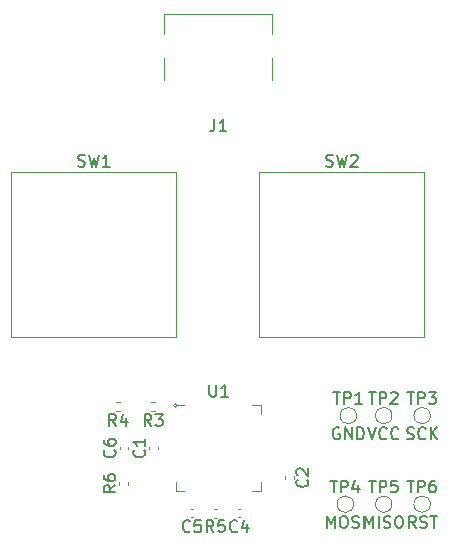
<source format=gbr>
%TF.GenerationSoftware,KiCad,Pcbnew,(5.1.12)-1*%
%TF.CreationDate,2024-08-07T21:15:05+08:00*%
%TF.ProjectId,BKL2xP,424b4c32-7850-42e6-9b69-6361645f7063,1.0*%
%TF.SameCoordinates,Original*%
%TF.FileFunction,Legend,Top*%
%TF.FilePolarity,Positive*%
%FSLAX46Y46*%
G04 Gerber Fmt 4.6, Leading zero omitted, Abs format (unit mm)*
G04 Created by KiCad (PCBNEW (5.1.12)-1) date 2024-08-07 21:15:05*
%MOMM*%
%LPD*%
G01*
G04 APERTURE LIST*
%ADD10C,0.120000*%
%ADD11C,0.150000*%
G04 APERTURE END LIST*
D10*
X146545563Y-105890000D02*
G75*
G03*
X146545563Y-105890000I-155563J0D01*
G01*
%TO.C,TP6*%
X167950000Y-114250000D02*
G75*
G03*
X167950000Y-114250000I-700000J0D01*
G01*
%TO.C,TP5*%
X164700000Y-114250000D02*
G75*
G03*
X164700000Y-114250000I-700000J0D01*
G01*
%TO.C,TP4*%
X161450000Y-114250000D02*
G75*
G03*
X161450000Y-114250000I-700000J0D01*
G01*
%TO.C,TP3*%
X167950000Y-106750000D02*
G75*
G03*
X167950000Y-106750000I-700000J0D01*
G01*
%TO.C,TP2*%
X164700000Y-106750000D02*
G75*
G03*
X164700000Y-106750000I-700000J0D01*
G01*
%TO.C,TP1*%
X161700000Y-106750000D02*
G75*
G03*
X161700000Y-106750000I-700000J0D01*
G01*
%TO.C,R6*%
X142380000Y-112643641D02*
X142380000Y-112336359D01*
X141620000Y-112643641D02*
X141620000Y-112336359D01*
%TO.C,R5*%
X149586359Y-115380000D02*
X149893641Y-115380000D01*
X149586359Y-114620000D02*
X149893641Y-114620000D01*
%TO.C,C1*%
X144860000Y-109607836D02*
X144860000Y-109392164D01*
X144140000Y-109607836D02*
X144140000Y-109392164D01*
%TO.C,C2*%
X156360000Y-111892164D02*
X156360000Y-112107836D01*
X155640000Y-111892164D02*
X155640000Y-112107836D01*
%TO.C,C4*%
X151857836Y-115360000D02*
X151642164Y-115360000D01*
X151857836Y-114640000D02*
X151642164Y-114640000D01*
%TO.C,C5*%
X147857836Y-114640000D02*
X147642164Y-114640000D01*
X147857836Y-115360000D02*
X147642164Y-115360000D01*
%TO.C,C6*%
X141640000Y-109607836D02*
X141640000Y-109392164D01*
X142360000Y-109607836D02*
X142360000Y-109392164D01*
%TO.C,J1*%
X154580000Y-78350000D02*
X154580000Y-76430000D01*
X145420000Y-76430000D02*
X145420000Y-78350000D01*
X145420000Y-74420000D02*
X145420000Y-72715000D01*
X154580000Y-72715000D02*
X154580000Y-74420000D01*
X145420000Y-72715000D02*
X154580000Y-72715000D01*
%TO.C,R3*%
X144643641Y-105620000D02*
X144336359Y-105620000D01*
X144643641Y-106380000D02*
X144336359Y-106380000D01*
%TO.C,R4*%
X141653641Y-106380000D02*
X141346359Y-106380000D01*
X141653641Y-105620000D02*
X141346359Y-105620000D01*
%TO.C,SW1*%
X132475000Y-100065000D02*
X132475000Y-86095000D01*
X146445000Y-100065000D02*
X132475000Y-100065000D01*
X146445000Y-86095000D02*
X146445000Y-100065000D01*
X132475000Y-86095000D02*
X146445000Y-86095000D01*
%TO.C,SW2*%
X153475000Y-86095000D02*
X167445000Y-86095000D01*
X167445000Y-86095000D02*
X167445000Y-100065000D01*
X167445000Y-100065000D02*
X153475000Y-100065000D01*
X153475000Y-100065000D02*
X153475000Y-86095000D01*
%TO.C,U1*%
X152885000Y-105890000D02*
X153610000Y-105890000D01*
X153610000Y-105890000D02*
X153610000Y-106615000D01*
X147115000Y-113110000D02*
X146390000Y-113110000D01*
X146390000Y-113110000D02*
X146390000Y-112385000D01*
X152885000Y-113110000D02*
X153610000Y-113110000D01*
X153610000Y-113110000D02*
X153610000Y-112385000D01*
X147115000Y-105890000D02*
X146390000Y-105890000D01*
%TO.C,TP6*%
D11*
X165988095Y-112254380D02*
X166559523Y-112254380D01*
X166273809Y-113254380D02*
X166273809Y-112254380D01*
X166892857Y-113254380D02*
X166892857Y-112254380D01*
X167273809Y-112254380D01*
X167369047Y-112302000D01*
X167416666Y-112349619D01*
X167464285Y-112444857D01*
X167464285Y-112587714D01*
X167416666Y-112682952D01*
X167369047Y-112730571D01*
X167273809Y-112778190D01*
X166892857Y-112778190D01*
X168321428Y-112254380D02*
X168130952Y-112254380D01*
X168035714Y-112302000D01*
X167988095Y-112349619D01*
X167892857Y-112492476D01*
X167845238Y-112682952D01*
X167845238Y-113063904D01*
X167892857Y-113159142D01*
X167940476Y-113206761D01*
X168035714Y-113254380D01*
X168226190Y-113254380D01*
X168321428Y-113206761D01*
X168369047Y-113159142D01*
X168416666Y-113063904D01*
X168416666Y-112825809D01*
X168369047Y-112730571D01*
X168321428Y-112682952D01*
X168226190Y-112635333D01*
X168035714Y-112635333D01*
X167940476Y-112682952D01*
X167892857Y-112730571D01*
X167845238Y-112825809D01*
X166702380Y-116252380D02*
X166369047Y-115776190D01*
X166130952Y-116252380D02*
X166130952Y-115252380D01*
X166511904Y-115252380D01*
X166607142Y-115300000D01*
X166654761Y-115347619D01*
X166702380Y-115442857D01*
X166702380Y-115585714D01*
X166654761Y-115680952D01*
X166607142Y-115728571D01*
X166511904Y-115776190D01*
X166130952Y-115776190D01*
X167083333Y-116204761D02*
X167226190Y-116252380D01*
X167464285Y-116252380D01*
X167559523Y-116204761D01*
X167607142Y-116157142D01*
X167654761Y-116061904D01*
X167654761Y-115966666D01*
X167607142Y-115871428D01*
X167559523Y-115823809D01*
X167464285Y-115776190D01*
X167273809Y-115728571D01*
X167178571Y-115680952D01*
X167130952Y-115633333D01*
X167083333Y-115538095D01*
X167083333Y-115442857D01*
X167130952Y-115347619D01*
X167178571Y-115300000D01*
X167273809Y-115252380D01*
X167511904Y-115252380D01*
X167654761Y-115300000D01*
X167940476Y-115252380D02*
X168511904Y-115252380D01*
X168226190Y-116252380D02*
X168226190Y-115252380D01*
%TO.C,TP5*%
X162738095Y-112254380D02*
X163309523Y-112254380D01*
X163023809Y-113254380D02*
X163023809Y-112254380D01*
X163642857Y-113254380D02*
X163642857Y-112254380D01*
X164023809Y-112254380D01*
X164119047Y-112302000D01*
X164166666Y-112349619D01*
X164214285Y-112444857D01*
X164214285Y-112587714D01*
X164166666Y-112682952D01*
X164119047Y-112730571D01*
X164023809Y-112778190D01*
X163642857Y-112778190D01*
X165119047Y-112254380D02*
X164642857Y-112254380D01*
X164595238Y-112730571D01*
X164642857Y-112682952D01*
X164738095Y-112635333D01*
X164976190Y-112635333D01*
X165071428Y-112682952D01*
X165119047Y-112730571D01*
X165166666Y-112825809D01*
X165166666Y-113063904D01*
X165119047Y-113159142D01*
X165071428Y-113206761D01*
X164976190Y-113254380D01*
X164738095Y-113254380D01*
X164642857Y-113206761D01*
X164595238Y-113159142D01*
X162428571Y-116252380D02*
X162428571Y-115252380D01*
X162761904Y-115966666D01*
X163095238Y-115252380D01*
X163095238Y-116252380D01*
X163571428Y-116252380D02*
X163571428Y-115252380D01*
X164000000Y-116204761D02*
X164142857Y-116252380D01*
X164380952Y-116252380D01*
X164476190Y-116204761D01*
X164523809Y-116157142D01*
X164571428Y-116061904D01*
X164571428Y-115966666D01*
X164523809Y-115871428D01*
X164476190Y-115823809D01*
X164380952Y-115776190D01*
X164190476Y-115728571D01*
X164095238Y-115680952D01*
X164047619Y-115633333D01*
X164000000Y-115538095D01*
X164000000Y-115442857D01*
X164047619Y-115347619D01*
X164095238Y-115300000D01*
X164190476Y-115252380D01*
X164428571Y-115252380D01*
X164571428Y-115300000D01*
X165190476Y-115252380D02*
X165380952Y-115252380D01*
X165476190Y-115300000D01*
X165571428Y-115395238D01*
X165619047Y-115585714D01*
X165619047Y-115919047D01*
X165571428Y-116109523D01*
X165476190Y-116204761D01*
X165380952Y-116252380D01*
X165190476Y-116252380D01*
X165095238Y-116204761D01*
X165000000Y-116109523D01*
X164952380Y-115919047D01*
X164952380Y-115585714D01*
X165000000Y-115395238D01*
X165095238Y-115300000D01*
X165190476Y-115252380D01*
%TO.C,TP4*%
X159488095Y-112254380D02*
X160059523Y-112254380D01*
X159773809Y-113254380D02*
X159773809Y-112254380D01*
X160392857Y-113254380D02*
X160392857Y-112254380D01*
X160773809Y-112254380D01*
X160869047Y-112302000D01*
X160916666Y-112349619D01*
X160964285Y-112444857D01*
X160964285Y-112587714D01*
X160916666Y-112682952D01*
X160869047Y-112730571D01*
X160773809Y-112778190D01*
X160392857Y-112778190D01*
X161821428Y-112587714D02*
X161821428Y-113254380D01*
X161583333Y-112206761D02*
X161345238Y-112921047D01*
X161964285Y-112921047D01*
X159178571Y-116252380D02*
X159178571Y-115252380D01*
X159511904Y-115966666D01*
X159845238Y-115252380D01*
X159845238Y-116252380D01*
X160511904Y-115252380D02*
X160702380Y-115252380D01*
X160797619Y-115300000D01*
X160892857Y-115395238D01*
X160940476Y-115585714D01*
X160940476Y-115919047D01*
X160892857Y-116109523D01*
X160797619Y-116204761D01*
X160702380Y-116252380D01*
X160511904Y-116252380D01*
X160416666Y-116204761D01*
X160321428Y-116109523D01*
X160273809Y-115919047D01*
X160273809Y-115585714D01*
X160321428Y-115395238D01*
X160416666Y-115300000D01*
X160511904Y-115252380D01*
X161321428Y-116204761D02*
X161464285Y-116252380D01*
X161702380Y-116252380D01*
X161797619Y-116204761D01*
X161845238Y-116157142D01*
X161892857Y-116061904D01*
X161892857Y-115966666D01*
X161845238Y-115871428D01*
X161797619Y-115823809D01*
X161702380Y-115776190D01*
X161511904Y-115728571D01*
X161416666Y-115680952D01*
X161369047Y-115633333D01*
X161321428Y-115538095D01*
X161321428Y-115442857D01*
X161369047Y-115347619D01*
X161416666Y-115300000D01*
X161511904Y-115252380D01*
X161750000Y-115252380D01*
X161892857Y-115300000D01*
X162321428Y-116252380D02*
X162321428Y-115252380D01*
%TO.C,TP3*%
X165988095Y-104754380D02*
X166559523Y-104754380D01*
X166273809Y-105754380D02*
X166273809Y-104754380D01*
X166892857Y-105754380D02*
X166892857Y-104754380D01*
X167273809Y-104754380D01*
X167369047Y-104802000D01*
X167416666Y-104849619D01*
X167464285Y-104944857D01*
X167464285Y-105087714D01*
X167416666Y-105182952D01*
X167369047Y-105230571D01*
X167273809Y-105278190D01*
X166892857Y-105278190D01*
X167797619Y-104754380D02*
X168416666Y-104754380D01*
X168083333Y-105135333D01*
X168226190Y-105135333D01*
X168321428Y-105182952D01*
X168369047Y-105230571D01*
X168416666Y-105325809D01*
X168416666Y-105563904D01*
X168369047Y-105659142D01*
X168321428Y-105706761D01*
X168226190Y-105754380D01*
X167940476Y-105754380D01*
X167845238Y-105706761D01*
X167797619Y-105659142D01*
X165964285Y-108704761D02*
X166107142Y-108752380D01*
X166345238Y-108752380D01*
X166440476Y-108704761D01*
X166488095Y-108657142D01*
X166535714Y-108561904D01*
X166535714Y-108466666D01*
X166488095Y-108371428D01*
X166440476Y-108323809D01*
X166345238Y-108276190D01*
X166154761Y-108228571D01*
X166059523Y-108180952D01*
X166011904Y-108133333D01*
X165964285Y-108038095D01*
X165964285Y-107942857D01*
X166011904Y-107847619D01*
X166059523Y-107800000D01*
X166154761Y-107752380D01*
X166392857Y-107752380D01*
X166535714Y-107800000D01*
X167535714Y-108657142D02*
X167488095Y-108704761D01*
X167345238Y-108752380D01*
X167250000Y-108752380D01*
X167107142Y-108704761D01*
X167011904Y-108609523D01*
X166964285Y-108514285D01*
X166916666Y-108323809D01*
X166916666Y-108180952D01*
X166964285Y-107990476D01*
X167011904Y-107895238D01*
X167107142Y-107800000D01*
X167250000Y-107752380D01*
X167345238Y-107752380D01*
X167488095Y-107800000D01*
X167535714Y-107847619D01*
X167964285Y-108752380D02*
X167964285Y-107752380D01*
X168535714Y-108752380D02*
X168107142Y-108180952D01*
X168535714Y-107752380D02*
X167964285Y-108323809D01*
%TO.C,TP2*%
X162738095Y-104754380D02*
X163309523Y-104754380D01*
X163023809Y-105754380D02*
X163023809Y-104754380D01*
X163642857Y-105754380D02*
X163642857Y-104754380D01*
X164023809Y-104754380D01*
X164119047Y-104802000D01*
X164166666Y-104849619D01*
X164214285Y-104944857D01*
X164214285Y-105087714D01*
X164166666Y-105182952D01*
X164119047Y-105230571D01*
X164023809Y-105278190D01*
X163642857Y-105278190D01*
X164595238Y-104849619D02*
X164642857Y-104802000D01*
X164738095Y-104754380D01*
X164976190Y-104754380D01*
X165071428Y-104802000D01*
X165119047Y-104849619D01*
X165166666Y-104944857D01*
X165166666Y-105040095D01*
X165119047Y-105182952D01*
X164547619Y-105754380D01*
X165166666Y-105754380D01*
X162666666Y-107752380D02*
X163000000Y-108752380D01*
X163333333Y-107752380D01*
X164238095Y-108657142D02*
X164190476Y-108704761D01*
X164047619Y-108752380D01*
X163952380Y-108752380D01*
X163809523Y-108704761D01*
X163714285Y-108609523D01*
X163666666Y-108514285D01*
X163619047Y-108323809D01*
X163619047Y-108180952D01*
X163666666Y-107990476D01*
X163714285Y-107895238D01*
X163809523Y-107800000D01*
X163952380Y-107752380D01*
X164047619Y-107752380D01*
X164190476Y-107800000D01*
X164238095Y-107847619D01*
X165238095Y-108657142D02*
X165190476Y-108704761D01*
X165047619Y-108752380D01*
X164952380Y-108752380D01*
X164809523Y-108704761D01*
X164714285Y-108609523D01*
X164666666Y-108514285D01*
X164619047Y-108323809D01*
X164619047Y-108180952D01*
X164666666Y-107990476D01*
X164714285Y-107895238D01*
X164809523Y-107800000D01*
X164952380Y-107752380D01*
X165047619Y-107752380D01*
X165190476Y-107800000D01*
X165238095Y-107847619D01*
%TO.C,TP1*%
X159738095Y-104754380D02*
X160309523Y-104754380D01*
X160023809Y-105754380D02*
X160023809Y-104754380D01*
X160642857Y-105754380D02*
X160642857Y-104754380D01*
X161023809Y-104754380D01*
X161119047Y-104802000D01*
X161166666Y-104849619D01*
X161214285Y-104944857D01*
X161214285Y-105087714D01*
X161166666Y-105182952D01*
X161119047Y-105230571D01*
X161023809Y-105278190D01*
X160642857Y-105278190D01*
X162166666Y-105754380D02*
X161595238Y-105754380D01*
X161880952Y-105754380D02*
X161880952Y-104754380D01*
X161785714Y-104897238D01*
X161690476Y-104992476D01*
X161595238Y-105040095D01*
X160238095Y-107800000D02*
X160142857Y-107752380D01*
X160000000Y-107752380D01*
X159857142Y-107800000D01*
X159761904Y-107895238D01*
X159714285Y-107990476D01*
X159666666Y-108180952D01*
X159666666Y-108323809D01*
X159714285Y-108514285D01*
X159761904Y-108609523D01*
X159857142Y-108704761D01*
X160000000Y-108752380D01*
X160095238Y-108752380D01*
X160238095Y-108704761D01*
X160285714Y-108657142D01*
X160285714Y-108323809D01*
X160095238Y-108323809D01*
X160714285Y-108752380D02*
X160714285Y-107752380D01*
X161285714Y-108752380D01*
X161285714Y-107752380D01*
X161761904Y-108752380D02*
X161761904Y-107752380D01*
X162000000Y-107752380D01*
X162142857Y-107800000D01*
X162238095Y-107895238D01*
X162285714Y-107990476D01*
X162333333Y-108180952D01*
X162333333Y-108323809D01*
X162285714Y-108514285D01*
X162238095Y-108609523D01*
X162142857Y-108704761D01*
X162000000Y-108752380D01*
X161761904Y-108752380D01*
%TO.C,R6*%
X141282380Y-112656666D02*
X140806190Y-112990000D01*
X141282380Y-113228095D02*
X140282380Y-113228095D01*
X140282380Y-112847142D01*
X140330000Y-112751904D01*
X140377619Y-112704285D01*
X140472857Y-112656666D01*
X140615714Y-112656666D01*
X140710952Y-112704285D01*
X140758571Y-112751904D01*
X140806190Y-112847142D01*
X140806190Y-113228095D01*
X140282380Y-111799523D02*
X140282380Y-111990000D01*
X140330000Y-112085238D01*
X140377619Y-112132857D01*
X140520476Y-112228095D01*
X140710952Y-112275714D01*
X141091904Y-112275714D01*
X141187142Y-112228095D01*
X141234761Y-112180476D01*
X141282380Y-112085238D01*
X141282380Y-111894761D01*
X141234761Y-111799523D01*
X141187142Y-111751904D01*
X141091904Y-111704285D01*
X140853809Y-111704285D01*
X140758571Y-111751904D01*
X140710952Y-111799523D01*
X140663333Y-111894761D01*
X140663333Y-112085238D01*
X140710952Y-112180476D01*
X140758571Y-112228095D01*
X140853809Y-112275714D01*
%TO.C,R5*%
X149583333Y-116602380D02*
X149250000Y-116126190D01*
X149011904Y-116602380D02*
X149011904Y-115602380D01*
X149392857Y-115602380D01*
X149488095Y-115650000D01*
X149535714Y-115697619D01*
X149583333Y-115792857D01*
X149583333Y-115935714D01*
X149535714Y-116030952D01*
X149488095Y-116078571D01*
X149392857Y-116126190D01*
X149011904Y-116126190D01*
X150488095Y-115602380D02*
X150011904Y-115602380D01*
X149964285Y-116078571D01*
X150011904Y-116030952D01*
X150107142Y-115983333D01*
X150345238Y-115983333D01*
X150440476Y-116030952D01*
X150488095Y-116078571D01*
X150535714Y-116173809D01*
X150535714Y-116411904D01*
X150488095Y-116507142D01*
X150440476Y-116554761D01*
X150345238Y-116602380D01*
X150107142Y-116602380D01*
X150011904Y-116554761D01*
X149964285Y-116507142D01*
%TO.C,C1*%
X143697142Y-109666666D02*
X143744761Y-109714285D01*
X143792380Y-109857142D01*
X143792380Y-109952380D01*
X143744761Y-110095238D01*
X143649523Y-110190476D01*
X143554285Y-110238095D01*
X143363809Y-110285714D01*
X143220952Y-110285714D01*
X143030476Y-110238095D01*
X142935238Y-110190476D01*
X142840000Y-110095238D01*
X142792380Y-109952380D01*
X142792380Y-109857142D01*
X142840000Y-109714285D01*
X142887619Y-109666666D01*
X143792380Y-108714285D02*
X143792380Y-109285714D01*
X143792380Y-109000000D02*
X142792380Y-109000000D01*
X142935238Y-109095238D01*
X143030476Y-109190476D01*
X143078095Y-109285714D01*
%TO.C,C2*%
X157517142Y-112166666D02*
X157564761Y-112214285D01*
X157612380Y-112357142D01*
X157612380Y-112452380D01*
X157564761Y-112595238D01*
X157469523Y-112690476D01*
X157374285Y-112738095D01*
X157183809Y-112785714D01*
X157040952Y-112785714D01*
X156850476Y-112738095D01*
X156755238Y-112690476D01*
X156660000Y-112595238D01*
X156612380Y-112452380D01*
X156612380Y-112357142D01*
X156660000Y-112214285D01*
X156707619Y-112166666D01*
X156707619Y-111785714D02*
X156660000Y-111738095D01*
X156612380Y-111642857D01*
X156612380Y-111404761D01*
X156660000Y-111309523D01*
X156707619Y-111261904D01*
X156802857Y-111214285D01*
X156898095Y-111214285D01*
X157040952Y-111261904D01*
X157612380Y-111833333D01*
X157612380Y-111214285D01*
%TO.C,C4*%
X151583333Y-116517142D02*
X151535714Y-116564761D01*
X151392857Y-116612380D01*
X151297619Y-116612380D01*
X151154761Y-116564761D01*
X151059523Y-116469523D01*
X151011904Y-116374285D01*
X150964285Y-116183809D01*
X150964285Y-116040952D01*
X151011904Y-115850476D01*
X151059523Y-115755238D01*
X151154761Y-115660000D01*
X151297619Y-115612380D01*
X151392857Y-115612380D01*
X151535714Y-115660000D01*
X151583333Y-115707619D01*
X152440476Y-115945714D02*
X152440476Y-116612380D01*
X152202380Y-115564761D02*
X151964285Y-116279047D01*
X152583333Y-116279047D01*
%TO.C,C5*%
X147583333Y-116517142D02*
X147535714Y-116564761D01*
X147392857Y-116612380D01*
X147297619Y-116612380D01*
X147154761Y-116564761D01*
X147059523Y-116469523D01*
X147011904Y-116374285D01*
X146964285Y-116183809D01*
X146964285Y-116040952D01*
X147011904Y-115850476D01*
X147059523Y-115755238D01*
X147154761Y-115660000D01*
X147297619Y-115612380D01*
X147392857Y-115612380D01*
X147535714Y-115660000D01*
X147583333Y-115707619D01*
X148488095Y-115612380D02*
X148011904Y-115612380D01*
X147964285Y-116088571D01*
X148011904Y-116040952D01*
X148107142Y-115993333D01*
X148345238Y-115993333D01*
X148440476Y-116040952D01*
X148488095Y-116088571D01*
X148535714Y-116183809D01*
X148535714Y-116421904D01*
X148488095Y-116517142D01*
X148440476Y-116564761D01*
X148345238Y-116612380D01*
X148107142Y-116612380D01*
X148011904Y-116564761D01*
X147964285Y-116517142D01*
%TO.C,C6*%
X141197142Y-109666666D02*
X141244761Y-109714285D01*
X141292380Y-109857142D01*
X141292380Y-109952380D01*
X141244761Y-110095238D01*
X141149523Y-110190476D01*
X141054285Y-110238095D01*
X140863809Y-110285714D01*
X140720952Y-110285714D01*
X140530476Y-110238095D01*
X140435238Y-110190476D01*
X140340000Y-110095238D01*
X140292380Y-109952380D01*
X140292380Y-109857142D01*
X140340000Y-109714285D01*
X140387619Y-109666666D01*
X140292380Y-108809523D02*
X140292380Y-109000000D01*
X140340000Y-109095238D01*
X140387619Y-109142857D01*
X140530476Y-109238095D01*
X140720952Y-109285714D01*
X141101904Y-109285714D01*
X141197142Y-109238095D01*
X141244761Y-109190476D01*
X141292380Y-109095238D01*
X141292380Y-108904761D01*
X141244761Y-108809523D01*
X141197142Y-108761904D01*
X141101904Y-108714285D01*
X140863809Y-108714285D01*
X140768571Y-108761904D01*
X140720952Y-108809523D01*
X140673333Y-108904761D01*
X140673333Y-109095238D01*
X140720952Y-109190476D01*
X140768571Y-109238095D01*
X140863809Y-109285714D01*
%TO.C,J1*%
X149666666Y-81667380D02*
X149666666Y-82381666D01*
X149619047Y-82524523D01*
X149523809Y-82619761D01*
X149380952Y-82667380D01*
X149285714Y-82667380D01*
X150666666Y-82667380D02*
X150095238Y-82667380D01*
X150380952Y-82667380D02*
X150380952Y-81667380D01*
X150285714Y-81810238D01*
X150190476Y-81905476D01*
X150095238Y-81953095D01*
%TO.C,R3*%
X144323333Y-107622380D02*
X143990000Y-107146190D01*
X143751904Y-107622380D02*
X143751904Y-106622380D01*
X144132857Y-106622380D01*
X144228095Y-106670000D01*
X144275714Y-106717619D01*
X144323333Y-106812857D01*
X144323333Y-106955714D01*
X144275714Y-107050952D01*
X144228095Y-107098571D01*
X144132857Y-107146190D01*
X143751904Y-107146190D01*
X144656666Y-106622380D02*
X145275714Y-106622380D01*
X144942380Y-107003333D01*
X145085238Y-107003333D01*
X145180476Y-107050952D01*
X145228095Y-107098571D01*
X145275714Y-107193809D01*
X145275714Y-107431904D01*
X145228095Y-107527142D01*
X145180476Y-107574761D01*
X145085238Y-107622380D01*
X144799523Y-107622380D01*
X144704285Y-107574761D01*
X144656666Y-107527142D01*
%TO.C,R4*%
X141333333Y-107622380D02*
X141000000Y-107146190D01*
X140761904Y-107622380D02*
X140761904Y-106622380D01*
X141142857Y-106622380D01*
X141238095Y-106670000D01*
X141285714Y-106717619D01*
X141333333Y-106812857D01*
X141333333Y-106955714D01*
X141285714Y-107050952D01*
X141238095Y-107098571D01*
X141142857Y-107146190D01*
X140761904Y-107146190D01*
X142190476Y-106955714D02*
X142190476Y-107622380D01*
X141952380Y-106574761D02*
X141714285Y-107289047D01*
X142333333Y-107289047D01*
%TO.C,SW1*%
X138126666Y-85610761D02*
X138269523Y-85658380D01*
X138507619Y-85658380D01*
X138602857Y-85610761D01*
X138650476Y-85563142D01*
X138698095Y-85467904D01*
X138698095Y-85372666D01*
X138650476Y-85277428D01*
X138602857Y-85229809D01*
X138507619Y-85182190D01*
X138317142Y-85134571D01*
X138221904Y-85086952D01*
X138174285Y-85039333D01*
X138126666Y-84944095D01*
X138126666Y-84848857D01*
X138174285Y-84753619D01*
X138221904Y-84706000D01*
X138317142Y-84658380D01*
X138555238Y-84658380D01*
X138698095Y-84706000D01*
X139031428Y-84658380D02*
X139269523Y-85658380D01*
X139460000Y-84944095D01*
X139650476Y-85658380D01*
X139888571Y-84658380D01*
X140793333Y-85658380D02*
X140221904Y-85658380D01*
X140507619Y-85658380D02*
X140507619Y-84658380D01*
X140412380Y-84801238D01*
X140317142Y-84896476D01*
X140221904Y-84944095D01*
%TO.C,SW2*%
X159126666Y-85610761D02*
X159269523Y-85658380D01*
X159507619Y-85658380D01*
X159602857Y-85610761D01*
X159650476Y-85563142D01*
X159698095Y-85467904D01*
X159698095Y-85372666D01*
X159650476Y-85277428D01*
X159602857Y-85229809D01*
X159507619Y-85182190D01*
X159317142Y-85134571D01*
X159221904Y-85086952D01*
X159174285Y-85039333D01*
X159126666Y-84944095D01*
X159126666Y-84848857D01*
X159174285Y-84753619D01*
X159221904Y-84706000D01*
X159317142Y-84658380D01*
X159555238Y-84658380D01*
X159698095Y-84706000D01*
X160031428Y-84658380D02*
X160269523Y-85658380D01*
X160460000Y-84944095D01*
X160650476Y-85658380D01*
X160888571Y-84658380D01*
X161221904Y-84753619D02*
X161269523Y-84706000D01*
X161364761Y-84658380D01*
X161602857Y-84658380D01*
X161698095Y-84706000D01*
X161745714Y-84753619D01*
X161793333Y-84848857D01*
X161793333Y-84944095D01*
X161745714Y-85086952D01*
X161174285Y-85658380D01*
X161793333Y-85658380D01*
%TO.C,U1*%
X149238095Y-104132380D02*
X149238095Y-104941904D01*
X149285714Y-105037142D01*
X149333333Y-105084761D01*
X149428571Y-105132380D01*
X149619047Y-105132380D01*
X149714285Y-105084761D01*
X149761904Y-105037142D01*
X149809523Y-104941904D01*
X149809523Y-104132380D01*
X150809523Y-105132380D02*
X150238095Y-105132380D01*
X150523809Y-105132380D02*
X150523809Y-104132380D01*
X150428571Y-104275238D01*
X150333333Y-104370476D01*
X150238095Y-104418095D01*
%TD*%
M02*

</source>
